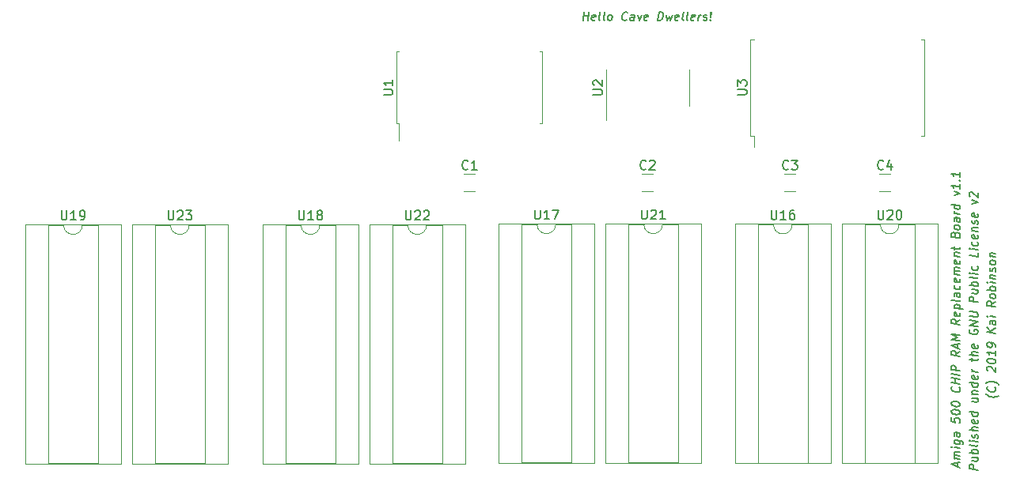
<source format=gto>
G04 #@! TF.GenerationSoftware,KiCad,Pcbnew,(5.1.2-1)-1*
G04 #@! TF.CreationDate,2019-05-18T21:09:39+01:00*
G04 #@! TF.ProjectId,SRAM Board,5352414d-2042-46f6-9172-642e6b696361,rev?*
G04 #@! TF.SameCoordinates,Original*
G04 #@! TF.FileFunction,Legend,Top*
G04 #@! TF.FilePolarity,Positive*
%FSLAX46Y46*%
G04 Gerber Fmt 4.6, Leading zero omitted, Abs format (unit mm)*
G04 Created by KiCad (PCBNEW (5.1.2-1)-1) date 2019-05-18 21:09:39*
%MOMM*%
%LPD*%
G04 APERTURE LIST*
%ADD10C,0.150000*%
%ADD11C,0.120000*%
G04 APERTURE END LIST*
D10*
X201374508Y-51207142D02*
X201487008Y-50307142D01*
X201433437Y-50735714D02*
X201947723Y-50735714D01*
X201888794Y-51207142D02*
X202001294Y-50307142D01*
X202665580Y-51164285D02*
X202574508Y-51207142D01*
X202403080Y-51207142D01*
X202322723Y-51164285D01*
X202290580Y-51078571D01*
X202333437Y-50735714D01*
X202387008Y-50650000D01*
X202478080Y-50607142D01*
X202649508Y-50607142D01*
X202729866Y-50650000D01*
X202762008Y-50735714D01*
X202751294Y-50821428D01*
X202312008Y-50907142D01*
X203217366Y-51207142D02*
X203137008Y-51164285D01*
X203104866Y-51078571D01*
X203201294Y-50307142D01*
X203688794Y-51207142D02*
X203608437Y-51164285D01*
X203576294Y-51078571D01*
X203672723Y-50307142D01*
X204160223Y-51207142D02*
X204079866Y-51164285D01*
X204042366Y-51121428D01*
X204010223Y-51035714D01*
X204042366Y-50778571D01*
X204095937Y-50692857D01*
X204144151Y-50650000D01*
X204235223Y-50607142D01*
X204363794Y-50607142D01*
X204444151Y-50650000D01*
X204481651Y-50692857D01*
X204513794Y-50778571D01*
X204481651Y-51035714D01*
X204428080Y-51121428D01*
X204379866Y-51164285D01*
X204288794Y-51207142D01*
X204160223Y-51207142D01*
X206056651Y-51121428D02*
X206008437Y-51164285D01*
X205874508Y-51207142D01*
X205788794Y-51207142D01*
X205665580Y-51164285D01*
X205590580Y-51078571D01*
X205558437Y-50992857D01*
X205537008Y-50821428D01*
X205553080Y-50692857D01*
X205617366Y-50521428D01*
X205670937Y-50435714D01*
X205767366Y-50350000D01*
X205901294Y-50307142D01*
X205987008Y-50307142D01*
X206110223Y-50350000D01*
X206147723Y-50392857D01*
X206817366Y-51207142D02*
X206876294Y-50735714D01*
X206844151Y-50650000D01*
X206763794Y-50607142D01*
X206592366Y-50607142D01*
X206501294Y-50650000D01*
X206822723Y-51164285D02*
X206731651Y-51207142D01*
X206517366Y-51207142D01*
X206437008Y-51164285D01*
X206404866Y-51078571D01*
X206415580Y-50992857D01*
X206469151Y-50907142D01*
X206560223Y-50864285D01*
X206774508Y-50864285D01*
X206865580Y-50821428D01*
X207235223Y-50607142D02*
X207374508Y-51207142D01*
X207663794Y-50607142D01*
X208279866Y-51164285D02*
X208188794Y-51207142D01*
X208017366Y-51207142D01*
X207937008Y-51164285D01*
X207904866Y-51078571D01*
X207947723Y-50735714D01*
X208001294Y-50650000D01*
X208092366Y-50607142D01*
X208263794Y-50607142D01*
X208344151Y-50650000D01*
X208376294Y-50735714D01*
X208365580Y-50821428D01*
X207926294Y-50907142D01*
X209388794Y-51207142D02*
X209501294Y-50307142D01*
X209715580Y-50307142D01*
X209838794Y-50350000D01*
X209913794Y-50435714D01*
X209945937Y-50521428D01*
X209967366Y-50692857D01*
X209951294Y-50821428D01*
X209887008Y-50992857D01*
X209833437Y-51078571D01*
X209737008Y-51164285D01*
X209603080Y-51207142D01*
X209388794Y-51207142D01*
X210278080Y-50607142D02*
X210374508Y-51207142D01*
X210599508Y-50778571D01*
X210717366Y-51207142D01*
X210963794Y-50607142D01*
X211579866Y-51164285D02*
X211488794Y-51207142D01*
X211317366Y-51207142D01*
X211237008Y-51164285D01*
X211204866Y-51078571D01*
X211247723Y-50735714D01*
X211301294Y-50650000D01*
X211392366Y-50607142D01*
X211563794Y-50607142D01*
X211644151Y-50650000D01*
X211676294Y-50735714D01*
X211665580Y-50821428D01*
X211226294Y-50907142D01*
X212131651Y-51207142D02*
X212051294Y-51164285D01*
X212019151Y-51078571D01*
X212115580Y-50307142D01*
X212603080Y-51207142D02*
X212522723Y-51164285D01*
X212490580Y-51078571D01*
X212587008Y-50307142D01*
X213294151Y-51164285D02*
X213203080Y-51207142D01*
X213031651Y-51207142D01*
X212951294Y-51164285D01*
X212919151Y-51078571D01*
X212962008Y-50735714D01*
X213015580Y-50650000D01*
X213106651Y-50607142D01*
X213278080Y-50607142D01*
X213358437Y-50650000D01*
X213390580Y-50735714D01*
X213379866Y-50821428D01*
X212940580Y-50907142D01*
X213717366Y-51207142D02*
X213792366Y-50607142D01*
X213770937Y-50778571D02*
X213824508Y-50692857D01*
X213872723Y-50650000D01*
X213963794Y-50607142D01*
X214049508Y-50607142D01*
X214237008Y-51164285D02*
X214317366Y-51207142D01*
X214488794Y-51207142D01*
X214579866Y-51164285D01*
X214633437Y-51078571D01*
X214638794Y-51035714D01*
X214606651Y-50950000D01*
X214526294Y-50907142D01*
X214397723Y-50907142D01*
X214317366Y-50864285D01*
X214285223Y-50778571D01*
X214290580Y-50735714D01*
X214344151Y-50650000D01*
X214435223Y-50607142D01*
X214563794Y-50607142D01*
X214644151Y-50650000D01*
X215013794Y-51121428D02*
X215051294Y-51164285D01*
X215003080Y-51207142D01*
X214965580Y-51164285D01*
X215013794Y-51121428D01*
X215003080Y-51207142D01*
X215045937Y-50864285D02*
X215067366Y-50350000D01*
X215115580Y-50307142D01*
X215153080Y-50350000D01*
X215045937Y-50864285D01*
X215115580Y-50307142D01*
X245860000Y-91411205D02*
X245817142Y-91448705D01*
X245688571Y-91518348D01*
X245602857Y-91550491D01*
X245474285Y-91577276D01*
X245260000Y-91593348D01*
X245088571Y-91571919D01*
X244874285Y-91502276D01*
X244745714Y-91443348D01*
X244660000Y-91389776D01*
X244531428Y-91287991D01*
X244488571Y-91239776D01*
X245431428Y-90500491D02*
X245474285Y-90548705D01*
X245517142Y-90682633D01*
X245517142Y-90768348D01*
X245474285Y-90891562D01*
X245388571Y-90966562D01*
X245302857Y-90998705D01*
X245131428Y-91020133D01*
X245002857Y-91004062D01*
X244831428Y-90939776D01*
X244745714Y-90886205D01*
X244660000Y-90789776D01*
X244617142Y-90655848D01*
X244617142Y-90570133D01*
X244660000Y-90446919D01*
X244702857Y-90409419D01*
X245860000Y-90254062D02*
X245817142Y-90205848D01*
X245688571Y-90104062D01*
X245602857Y-90050491D01*
X245474285Y-89991562D01*
X245260000Y-89921919D01*
X245088571Y-89900491D01*
X244874285Y-89916562D01*
X244745714Y-89943348D01*
X244660000Y-89975491D01*
X244531428Y-90045133D01*
X244488571Y-90082633D01*
X244702857Y-88780848D02*
X244660000Y-88732633D01*
X244617142Y-88641562D01*
X244617142Y-88427276D01*
X244660000Y-88346919D01*
X244702857Y-88309419D01*
X244788571Y-88277276D01*
X244874285Y-88287991D01*
X245002857Y-88346919D01*
X245517142Y-88925491D01*
X245517142Y-88368348D01*
X244617142Y-87698705D02*
X244617142Y-87612991D01*
X244660000Y-87532633D01*
X244702857Y-87495133D01*
X244788571Y-87462991D01*
X244960000Y-87441562D01*
X245174285Y-87468348D01*
X245345714Y-87532633D01*
X245431428Y-87586205D01*
X245474285Y-87634419D01*
X245517142Y-87725491D01*
X245517142Y-87811205D01*
X245474285Y-87891562D01*
X245431428Y-87929062D01*
X245345714Y-87961205D01*
X245174285Y-87982633D01*
X244960000Y-87955848D01*
X244788571Y-87891562D01*
X244702857Y-87837991D01*
X244660000Y-87789776D01*
X244617142Y-87698705D01*
X245517142Y-86654062D02*
X245517142Y-87168348D01*
X245517142Y-86911205D02*
X244617142Y-86798705D01*
X244745714Y-86900491D01*
X244831428Y-86996919D01*
X244874285Y-87087991D01*
X245517142Y-86225491D02*
X245517142Y-86054062D01*
X245474285Y-85962991D01*
X245431428Y-85914776D01*
X245302857Y-85812991D01*
X245131428Y-85748705D01*
X244788571Y-85705848D01*
X244702857Y-85737991D01*
X244660000Y-85775491D01*
X244617142Y-85855848D01*
X244617142Y-86027276D01*
X244660000Y-86118348D01*
X244702857Y-86166562D01*
X244788571Y-86220133D01*
X245002857Y-86246919D01*
X245088571Y-86214776D01*
X245131428Y-86177276D01*
X245174285Y-86096919D01*
X245174285Y-85925491D01*
X245131428Y-85834419D01*
X245088571Y-85786205D01*
X245002857Y-85732633D01*
X245517142Y-84725491D02*
X244617142Y-84612991D01*
X245517142Y-84211205D02*
X245002857Y-84532633D01*
X244617142Y-84098705D02*
X245131428Y-84677276D01*
X245517142Y-83439776D02*
X245045714Y-83380848D01*
X244960000Y-83412991D01*
X244917142Y-83493348D01*
X244917142Y-83664776D01*
X244960000Y-83755848D01*
X245474285Y-83434419D02*
X245517142Y-83525491D01*
X245517142Y-83739776D01*
X245474285Y-83820133D01*
X245388571Y-83852276D01*
X245302857Y-83841562D01*
X245217142Y-83787991D01*
X245174285Y-83696919D01*
X245174285Y-83482633D01*
X245131428Y-83391562D01*
X245517142Y-83011205D02*
X244917142Y-82936205D01*
X244617142Y-82898705D02*
X244660000Y-82946919D01*
X244702857Y-82909419D01*
X244660000Y-82861205D01*
X244617142Y-82898705D01*
X244702857Y-82909419D01*
X245517142Y-81382633D02*
X245088571Y-81629062D01*
X245517142Y-81896919D02*
X244617142Y-81784419D01*
X244617142Y-81441562D01*
X244660000Y-81361205D01*
X244702857Y-81323705D01*
X244788571Y-81291562D01*
X244917142Y-81307633D01*
X245002857Y-81361205D01*
X245045714Y-81409419D01*
X245088571Y-81500491D01*
X245088571Y-81843348D01*
X245517142Y-80868348D02*
X245474285Y-80948705D01*
X245431428Y-80986205D01*
X245345714Y-81018348D01*
X245088571Y-80986205D01*
X245002857Y-80932633D01*
X244960000Y-80884419D01*
X244917142Y-80793348D01*
X244917142Y-80664776D01*
X244960000Y-80584419D01*
X245002857Y-80546919D01*
X245088571Y-80514776D01*
X245345714Y-80546919D01*
X245431428Y-80600491D01*
X245474285Y-80648705D01*
X245517142Y-80739776D01*
X245517142Y-80868348D01*
X245517142Y-80182633D02*
X244617142Y-80070133D01*
X244960000Y-80112991D02*
X244917142Y-80021919D01*
X244917142Y-79850491D01*
X244960000Y-79770133D01*
X245002857Y-79732633D01*
X245088571Y-79700491D01*
X245345714Y-79732633D01*
X245431428Y-79786205D01*
X245474285Y-79834419D01*
X245517142Y-79925491D01*
X245517142Y-80096919D01*
X245474285Y-80177276D01*
X245517142Y-79368348D02*
X244917142Y-79293348D01*
X244617142Y-79255848D02*
X244660000Y-79304062D01*
X244702857Y-79266562D01*
X244660000Y-79218348D01*
X244617142Y-79255848D01*
X244702857Y-79266562D01*
X244917142Y-78864776D02*
X245517142Y-78939776D01*
X245002857Y-78875491D02*
X244960000Y-78827276D01*
X244917142Y-78736205D01*
X244917142Y-78607633D01*
X244960000Y-78527276D01*
X245045714Y-78495133D01*
X245517142Y-78554062D01*
X245474285Y-78162991D02*
X245517142Y-78082633D01*
X245517142Y-77911205D01*
X245474285Y-77820133D01*
X245388571Y-77766562D01*
X245345714Y-77761205D01*
X245260000Y-77793348D01*
X245217142Y-77873705D01*
X245217142Y-78002276D01*
X245174285Y-78082633D01*
X245088571Y-78114776D01*
X245045714Y-78109419D01*
X244960000Y-78055848D01*
X244917142Y-77964776D01*
X244917142Y-77836205D01*
X244960000Y-77755848D01*
X245517142Y-77268348D02*
X245474285Y-77348705D01*
X245431428Y-77386205D01*
X245345714Y-77418348D01*
X245088571Y-77386205D01*
X245002857Y-77332633D01*
X244960000Y-77284419D01*
X244917142Y-77193348D01*
X244917142Y-77064776D01*
X244960000Y-76984419D01*
X245002857Y-76946919D01*
X245088571Y-76914776D01*
X245345714Y-76946919D01*
X245431428Y-77000491D01*
X245474285Y-77048705D01*
X245517142Y-77139776D01*
X245517142Y-77268348D01*
X244917142Y-76507633D02*
X245517142Y-76582633D01*
X245002857Y-76518348D02*
X244960000Y-76470133D01*
X244917142Y-76379062D01*
X244917142Y-76250491D01*
X244960000Y-76170133D01*
X245045714Y-76137991D01*
X245517142Y-76196919D01*
X243612142Y-99374776D02*
X242712142Y-99262276D01*
X242712142Y-98919419D01*
X242755000Y-98839062D01*
X242797857Y-98801562D01*
X242883571Y-98769419D01*
X243012142Y-98785491D01*
X243097857Y-98839062D01*
X243140714Y-98887276D01*
X243183571Y-98978348D01*
X243183571Y-99321205D01*
X243012142Y-98014062D02*
X243612142Y-98089062D01*
X243012142Y-98399776D02*
X243483571Y-98458705D01*
X243569285Y-98426562D01*
X243612142Y-98346205D01*
X243612142Y-98217633D01*
X243569285Y-98126562D01*
X243526428Y-98078348D01*
X243612142Y-97660491D02*
X242712142Y-97547991D01*
X243055000Y-97590848D02*
X243012142Y-97499776D01*
X243012142Y-97328348D01*
X243055000Y-97247991D01*
X243097857Y-97210491D01*
X243183571Y-97178348D01*
X243440714Y-97210491D01*
X243526428Y-97264062D01*
X243569285Y-97312276D01*
X243612142Y-97403348D01*
X243612142Y-97574776D01*
X243569285Y-97655133D01*
X243612142Y-96717633D02*
X243569285Y-96797991D01*
X243483571Y-96830133D01*
X242712142Y-96733705D01*
X243612142Y-96374776D02*
X243012142Y-96299776D01*
X242712142Y-96262276D02*
X242755000Y-96310491D01*
X242797857Y-96272991D01*
X242755000Y-96224776D01*
X242712142Y-96262276D01*
X242797857Y-96272991D01*
X243569285Y-95983705D02*
X243612142Y-95903348D01*
X243612142Y-95731919D01*
X243569285Y-95640848D01*
X243483571Y-95587276D01*
X243440714Y-95581919D01*
X243355000Y-95614062D01*
X243312142Y-95694419D01*
X243312142Y-95822991D01*
X243269285Y-95903348D01*
X243183571Y-95935491D01*
X243140714Y-95930133D01*
X243055000Y-95876562D01*
X243012142Y-95785491D01*
X243012142Y-95656919D01*
X243055000Y-95576562D01*
X243612142Y-95217633D02*
X242712142Y-95105133D01*
X243612142Y-94831919D02*
X243140714Y-94772991D01*
X243055000Y-94805133D01*
X243012142Y-94885491D01*
X243012142Y-95014062D01*
X243055000Y-95105133D01*
X243097857Y-95153348D01*
X243569285Y-94055133D02*
X243612142Y-94146205D01*
X243612142Y-94317633D01*
X243569285Y-94397991D01*
X243483571Y-94430133D01*
X243140714Y-94387276D01*
X243055000Y-94333705D01*
X243012142Y-94242633D01*
X243012142Y-94071205D01*
X243055000Y-93990848D01*
X243140714Y-93958705D01*
X243226428Y-93969419D01*
X243312142Y-94408705D01*
X243612142Y-93246205D02*
X242712142Y-93133705D01*
X243569285Y-93240848D02*
X243612142Y-93331919D01*
X243612142Y-93503348D01*
X243569285Y-93583705D01*
X243526428Y-93621205D01*
X243440714Y-93653348D01*
X243183571Y-93621205D01*
X243097857Y-93567633D01*
X243055000Y-93519419D01*
X243012142Y-93428348D01*
X243012142Y-93256919D01*
X243055000Y-93176562D01*
X243012142Y-91671205D02*
X243612142Y-91746205D01*
X243012142Y-92056919D02*
X243483571Y-92115848D01*
X243569285Y-92083705D01*
X243612142Y-92003348D01*
X243612142Y-91874776D01*
X243569285Y-91783705D01*
X243526428Y-91735491D01*
X243012142Y-91242633D02*
X243612142Y-91317633D01*
X243097857Y-91253348D02*
X243055000Y-91205133D01*
X243012142Y-91114062D01*
X243012142Y-90985491D01*
X243055000Y-90905133D01*
X243140714Y-90872991D01*
X243612142Y-90931919D01*
X243612142Y-90117633D02*
X242712142Y-90005133D01*
X243569285Y-90112276D02*
X243612142Y-90203348D01*
X243612142Y-90374776D01*
X243569285Y-90455133D01*
X243526428Y-90492633D01*
X243440714Y-90524776D01*
X243183571Y-90492633D01*
X243097857Y-90439062D01*
X243055000Y-90390848D01*
X243012142Y-90299776D01*
X243012142Y-90128348D01*
X243055000Y-90047991D01*
X243569285Y-89340848D02*
X243612142Y-89431919D01*
X243612142Y-89603348D01*
X243569285Y-89683705D01*
X243483571Y-89715848D01*
X243140714Y-89672991D01*
X243055000Y-89619419D01*
X243012142Y-89528348D01*
X243012142Y-89356919D01*
X243055000Y-89276562D01*
X243140714Y-89244419D01*
X243226428Y-89255133D01*
X243312142Y-89694419D01*
X243612142Y-88917633D02*
X243012142Y-88842633D01*
X243183571Y-88864062D02*
X243097857Y-88810491D01*
X243055000Y-88762276D01*
X243012142Y-88671205D01*
X243012142Y-88585491D01*
X243012142Y-87728348D02*
X243012142Y-87385491D01*
X242712142Y-87562276D02*
X243483571Y-87658705D01*
X243569285Y-87626562D01*
X243612142Y-87546205D01*
X243612142Y-87460491D01*
X243612142Y-87160491D02*
X242712142Y-87047991D01*
X243612142Y-86774776D02*
X243140714Y-86715848D01*
X243055000Y-86747991D01*
X243012142Y-86828348D01*
X243012142Y-86956919D01*
X243055000Y-87047991D01*
X243097857Y-87096205D01*
X243569285Y-85997991D02*
X243612142Y-86089062D01*
X243612142Y-86260491D01*
X243569285Y-86340848D01*
X243483571Y-86372991D01*
X243140714Y-86330133D01*
X243055000Y-86276562D01*
X243012142Y-86185491D01*
X243012142Y-86014062D01*
X243055000Y-85933705D01*
X243140714Y-85901562D01*
X243226428Y-85912276D01*
X243312142Y-86351562D01*
X242755000Y-84310491D02*
X242712142Y-84390848D01*
X242712142Y-84519419D01*
X242755000Y-84653348D01*
X242840714Y-84749776D01*
X242926428Y-84803348D01*
X243097857Y-84867633D01*
X243226428Y-84883705D01*
X243397857Y-84862276D01*
X243483571Y-84830133D01*
X243569285Y-84755133D01*
X243612142Y-84631919D01*
X243612142Y-84546205D01*
X243569285Y-84412276D01*
X243526428Y-84364062D01*
X243226428Y-84326562D01*
X243226428Y-84497991D01*
X243612142Y-83989062D02*
X242712142Y-83876562D01*
X243612142Y-83474776D01*
X242712142Y-83362276D01*
X242712142Y-82933705D02*
X243440714Y-83024776D01*
X243526428Y-82992633D01*
X243569285Y-82955133D01*
X243612142Y-82874776D01*
X243612142Y-82703348D01*
X243569285Y-82612276D01*
X243526428Y-82564062D01*
X243440714Y-82510491D01*
X242712142Y-82419419D01*
X243612142Y-81417633D02*
X242712142Y-81305133D01*
X242712142Y-80962276D01*
X242755000Y-80881919D01*
X242797857Y-80844419D01*
X242883571Y-80812276D01*
X243012142Y-80828348D01*
X243097857Y-80881919D01*
X243140714Y-80930133D01*
X243183571Y-81021205D01*
X243183571Y-81364062D01*
X243012142Y-80056919D02*
X243612142Y-80131919D01*
X243012142Y-80442633D02*
X243483571Y-80501562D01*
X243569285Y-80469419D01*
X243612142Y-80389062D01*
X243612142Y-80260491D01*
X243569285Y-80169419D01*
X243526428Y-80121205D01*
X243612142Y-79703348D02*
X242712142Y-79590848D01*
X243055000Y-79633705D02*
X243012142Y-79542633D01*
X243012142Y-79371205D01*
X243055000Y-79290848D01*
X243097857Y-79253348D01*
X243183571Y-79221205D01*
X243440714Y-79253348D01*
X243526428Y-79306919D01*
X243569285Y-79355133D01*
X243612142Y-79446205D01*
X243612142Y-79617633D01*
X243569285Y-79697991D01*
X243612142Y-78760491D02*
X243569285Y-78840848D01*
X243483571Y-78872991D01*
X242712142Y-78776562D01*
X243612142Y-78417633D02*
X243012142Y-78342633D01*
X242712142Y-78305133D02*
X242755000Y-78353348D01*
X242797857Y-78315848D01*
X242755000Y-78267633D01*
X242712142Y-78305133D01*
X242797857Y-78315848D01*
X243569285Y-77597991D02*
X243612142Y-77689062D01*
X243612142Y-77860491D01*
X243569285Y-77940848D01*
X243526428Y-77978348D01*
X243440714Y-78010491D01*
X243183571Y-77978348D01*
X243097857Y-77924776D01*
X243055000Y-77876562D01*
X243012142Y-77785491D01*
X243012142Y-77614062D01*
X243055000Y-77533705D01*
X243612142Y-76103348D02*
X243612142Y-76531919D01*
X242712142Y-76419419D01*
X243612142Y-75803348D02*
X243012142Y-75728348D01*
X242712142Y-75690848D02*
X242755000Y-75739062D01*
X242797857Y-75701562D01*
X242755000Y-75653348D01*
X242712142Y-75690848D01*
X242797857Y-75701562D01*
X243569285Y-74983705D02*
X243612142Y-75074776D01*
X243612142Y-75246205D01*
X243569285Y-75326562D01*
X243526428Y-75364062D01*
X243440714Y-75396205D01*
X243183571Y-75364062D01*
X243097857Y-75310491D01*
X243055000Y-75262276D01*
X243012142Y-75171205D01*
X243012142Y-74999776D01*
X243055000Y-74919419D01*
X243569285Y-74255133D02*
X243612142Y-74346205D01*
X243612142Y-74517633D01*
X243569285Y-74597991D01*
X243483571Y-74630133D01*
X243140714Y-74587276D01*
X243055000Y-74533705D01*
X243012142Y-74442633D01*
X243012142Y-74271205D01*
X243055000Y-74190848D01*
X243140714Y-74158705D01*
X243226428Y-74169419D01*
X243312142Y-74608705D01*
X243012142Y-73756919D02*
X243612142Y-73831919D01*
X243097857Y-73767633D02*
X243055000Y-73719419D01*
X243012142Y-73628348D01*
X243012142Y-73499776D01*
X243055000Y-73419419D01*
X243140714Y-73387276D01*
X243612142Y-73446205D01*
X243569285Y-73055133D02*
X243612142Y-72974776D01*
X243612142Y-72803348D01*
X243569285Y-72712276D01*
X243483571Y-72658705D01*
X243440714Y-72653348D01*
X243355000Y-72685491D01*
X243312142Y-72765848D01*
X243312142Y-72894419D01*
X243269285Y-72974776D01*
X243183571Y-73006919D01*
X243140714Y-73001562D01*
X243055000Y-72947991D01*
X243012142Y-72856919D01*
X243012142Y-72728348D01*
X243055000Y-72647991D01*
X243569285Y-71940848D02*
X243612142Y-72031919D01*
X243612142Y-72203348D01*
X243569285Y-72283705D01*
X243483571Y-72315848D01*
X243140714Y-72272991D01*
X243055000Y-72219419D01*
X243012142Y-72128348D01*
X243012142Y-71956919D01*
X243055000Y-71876562D01*
X243140714Y-71844419D01*
X243226428Y-71855133D01*
X243312142Y-72294419D01*
X243012142Y-70842633D02*
X243612142Y-70703348D01*
X243012142Y-70414062D01*
X242797857Y-70087276D02*
X242755000Y-70039062D01*
X242712142Y-69947991D01*
X242712142Y-69733705D01*
X242755000Y-69653348D01*
X242797857Y-69615848D01*
X242883571Y-69583705D01*
X242969285Y-69594419D01*
X243097857Y-69653348D01*
X243612142Y-70231919D01*
X243612142Y-69674776D01*
X241450000Y-99036919D02*
X241450000Y-98608348D01*
X241707142Y-99154776D02*
X240807142Y-98742276D01*
X241707142Y-98554776D01*
X241707142Y-98254776D02*
X241107142Y-98179776D01*
X241192857Y-98190491D02*
X241150000Y-98142276D01*
X241107142Y-98051205D01*
X241107142Y-97922633D01*
X241150000Y-97842276D01*
X241235714Y-97810133D01*
X241707142Y-97869062D01*
X241235714Y-97810133D02*
X241150000Y-97756562D01*
X241107142Y-97665491D01*
X241107142Y-97536919D01*
X241150000Y-97456562D01*
X241235714Y-97424419D01*
X241707142Y-97483348D01*
X241707142Y-97054776D02*
X241107142Y-96979776D01*
X240807142Y-96942276D02*
X240850000Y-96990491D01*
X240892857Y-96952991D01*
X240850000Y-96904776D01*
X240807142Y-96942276D01*
X240892857Y-96952991D01*
X241107142Y-96165491D02*
X241835714Y-96256562D01*
X241921428Y-96310133D01*
X241964285Y-96358348D01*
X242007142Y-96449419D01*
X242007142Y-96577991D01*
X241964285Y-96658348D01*
X241664285Y-96235133D02*
X241707142Y-96326205D01*
X241707142Y-96497633D01*
X241664285Y-96577991D01*
X241621428Y-96615491D01*
X241535714Y-96647633D01*
X241278571Y-96615491D01*
X241192857Y-96561919D01*
X241150000Y-96513705D01*
X241107142Y-96422633D01*
X241107142Y-96251205D01*
X241150000Y-96170848D01*
X241707142Y-95426205D02*
X241235714Y-95367276D01*
X241150000Y-95399419D01*
X241107142Y-95479776D01*
X241107142Y-95651205D01*
X241150000Y-95742276D01*
X241664285Y-95420848D02*
X241707142Y-95511919D01*
X241707142Y-95726205D01*
X241664285Y-95806562D01*
X241578571Y-95838705D01*
X241492857Y-95827991D01*
X241407142Y-95774419D01*
X241364285Y-95683348D01*
X241364285Y-95469062D01*
X241321428Y-95377991D01*
X240807142Y-93770848D02*
X240807142Y-94199419D01*
X241235714Y-94295848D01*
X241192857Y-94247633D01*
X241150000Y-94156562D01*
X241150000Y-93942276D01*
X241192857Y-93861919D01*
X241235714Y-93824419D01*
X241321428Y-93792276D01*
X241535714Y-93819062D01*
X241621428Y-93872633D01*
X241664285Y-93920848D01*
X241707142Y-94011919D01*
X241707142Y-94226205D01*
X241664285Y-94306562D01*
X241621428Y-94344062D01*
X240807142Y-93170848D02*
X240807142Y-93085133D01*
X240850000Y-93004776D01*
X240892857Y-92967276D01*
X240978571Y-92935133D01*
X241150000Y-92913705D01*
X241364285Y-92940491D01*
X241535714Y-93004776D01*
X241621428Y-93058348D01*
X241664285Y-93106562D01*
X241707142Y-93197633D01*
X241707142Y-93283348D01*
X241664285Y-93363705D01*
X241621428Y-93401205D01*
X241535714Y-93433348D01*
X241364285Y-93454776D01*
X241150000Y-93427991D01*
X240978571Y-93363705D01*
X240892857Y-93310133D01*
X240850000Y-93261919D01*
X240807142Y-93170848D01*
X240807142Y-92313705D02*
X240807142Y-92227991D01*
X240850000Y-92147633D01*
X240892857Y-92110133D01*
X240978571Y-92077991D01*
X241150000Y-92056562D01*
X241364285Y-92083348D01*
X241535714Y-92147633D01*
X241621428Y-92201205D01*
X241664285Y-92249419D01*
X241707142Y-92340491D01*
X241707142Y-92426205D01*
X241664285Y-92506562D01*
X241621428Y-92544062D01*
X241535714Y-92576205D01*
X241364285Y-92597633D01*
X241150000Y-92570848D01*
X240978571Y-92506562D01*
X240892857Y-92452991D01*
X240850000Y-92404776D01*
X240807142Y-92313705D01*
X241621428Y-90529776D02*
X241664285Y-90577991D01*
X241707142Y-90711919D01*
X241707142Y-90797633D01*
X241664285Y-90920848D01*
X241578571Y-90995848D01*
X241492857Y-91027991D01*
X241321428Y-91049419D01*
X241192857Y-91033348D01*
X241021428Y-90969062D01*
X240935714Y-90915491D01*
X240850000Y-90819062D01*
X240807142Y-90685133D01*
X240807142Y-90599419D01*
X240850000Y-90476205D01*
X240892857Y-90438705D01*
X241707142Y-90154776D02*
X240807142Y-90042276D01*
X241235714Y-90095848D02*
X241235714Y-89581562D01*
X241707142Y-89640491D02*
X240807142Y-89527991D01*
X241707142Y-89211919D02*
X240807142Y-89099419D01*
X241707142Y-88783348D02*
X240807142Y-88670848D01*
X240807142Y-88327991D01*
X240850000Y-88247633D01*
X240892857Y-88210133D01*
X240978571Y-88177991D01*
X241107142Y-88194062D01*
X241192857Y-88247633D01*
X241235714Y-88295848D01*
X241278571Y-88386919D01*
X241278571Y-88729776D01*
X241707142Y-86683348D02*
X241278571Y-86929776D01*
X241707142Y-87197633D02*
X240807142Y-87085133D01*
X240807142Y-86742276D01*
X240850000Y-86661919D01*
X240892857Y-86624419D01*
X240978571Y-86592276D01*
X241107142Y-86608348D01*
X241192857Y-86661919D01*
X241235714Y-86710133D01*
X241278571Y-86801205D01*
X241278571Y-87144062D01*
X241450000Y-86308348D02*
X241450000Y-85879776D01*
X241707142Y-86426205D02*
X240807142Y-86013705D01*
X241707142Y-85826205D01*
X241707142Y-85526205D02*
X240807142Y-85413705D01*
X241450000Y-85194062D01*
X240807142Y-84813705D01*
X241707142Y-84926205D01*
X241707142Y-83297633D02*
X241278571Y-83544062D01*
X241707142Y-83811919D02*
X240807142Y-83699419D01*
X240807142Y-83356562D01*
X240850000Y-83276205D01*
X240892857Y-83238705D01*
X240978571Y-83206562D01*
X241107142Y-83222633D01*
X241192857Y-83276205D01*
X241235714Y-83324419D01*
X241278571Y-83415491D01*
X241278571Y-83758348D01*
X241664285Y-82563705D02*
X241707142Y-82654776D01*
X241707142Y-82826205D01*
X241664285Y-82906562D01*
X241578571Y-82938705D01*
X241235714Y-82895848D01*
X241150000Y-82842276D01*
X241107142Y-82751205D01*
X241107142Y-82579776D01*
X241150000Y-82499419D01*
X241235714Y-82467276D01*
X241321428Y-82477991D01*
X241407142Y-82917276D01*
X241107142Y-82065491D02*
X242007142Y-82177991D01*
X241150000Y-82070848D02*
X241107142Y-81979776D01*
X241107142Y-81808348D01*
X241150000Y-81727991D01*
X241192857Y-81690491D01*
X241278571Y-81658348D01*
X241535714Y-81690491D01*
X241621428Y-81744062D01*
X241664285Y-81792276D01*
X241707142Y-81883348D01*
X241707142Y-82054776D01*
X241664285Y-82135133D01*
X241707142Y-81197633D02*
X241664285Y-81277991D01*
X241578571Y-81310133D01*
X240807142Y-81213705D01*
X241707142Y-80469062D02*
X241235714Y-80410133D01*
X241150000Y-80442276D01*
X241107142Y-80522633D01*
X241107142Y-80694062D01*
X241150000Y-80785133D01*
X241664285Y-80463705D02*
X241707142Y-80554776D01*
X241707142Y-80769062D01*
X241664285Y-80849419D01*
X241578571Y-80881562D01*
X241492857Y-80870848D01*
X241407142Y-80817276D01*
X241364285Y-80726205D01*
X241364285Y-80511919D01*
X241321428Y-80420848D01*
X241664285Y-79649419D02*
X241707142Y-79740491D01*
X241707142Y-79911919D01*
X241664285Y-79992276D01*
X241621428Y-80029776D01*
X241535714Y-80061919D01*
X241278571Y-80029776D01*
X241192857Y-79976205D01*
X241150000Y-79927991D01*
X241107142Y-79836919D01*
X241107142Y-79665491D01*
X241150000Y-79585133D01*
X241664285Y-78920848D02*
X241707142Y-79011919D01*
X241707142Y-79183348D01*
X241664285Y-79263705D01*
X241578571Y-79295848D01*
X241235714Y-79252991D01*
X241150000Y-79199419D01*
X241107142Y-79108348D01*
X241107142Y-78936919D01*
X241150000Y-78856562D01*
X241235714Y-78824419D01*
X241321428Y-78835133D01*
X241407142Y-79274419D01*
X241707142Y-78497633D02*
X241107142Y-78422633D01*
X241192857Y-78433348D02*
X241150000Y-78385133D01*
X241107142Y-78294062D01*
X241107142Y-78165491D01*
X241150000Y-78085133D01*
X241235714Y-78052991D01*
X241707142Y-78111919D01*
X241235714Y-78052991D02*
X241150000Y-77999419D01*
X241107142Y-77908348D01*
X241107142Y-77779776D01*
X241150000Y-77699419D01*
X241235714Y-77667276D01*
X241707142Y-77726205D01*
X241664285Y-76949419D02*
X241707142Y-77040491D01*
X241707142Y-77211919D01*
X241664285Y-77292276D01*
X241578571Y-77324419D01*
X241235714Y-77281562D01*
X241150000Y-77227991D01*
X241107142Y-77136919D01*
X241107142Y-76965491D01*
X241150000Y-76885133D01*
X241235714Y-76852991D01*
X241321428Y-76863705D01*
X241407142Y-77302991D01*
X241107142Y-76451205D02*
X241707142Y-76526205D01*
X241192857Y-76461919D02*
X241150000Y-76413705D01*
X241107142Y-76322633D01*
X241107142Y-76194062D01*
X241150000Y-76113705D01*
X241235714Y-76081562D01*
X241707142Y-76140491D01*
X241107142Y-75765491D02*
X241107142Y-75422633D01*
X240807142Y-75599419D02*
X241578571Y-75695848D01*
X241664285Y-75663705D01*
X241707142Y-75583348D01*
X241707142Y-75497633D01*
X241235714Y-74152991D02*
X241278571Y-74029776D01*
X241321428Y-73992276D01*
X241407142Y-73960133D01*
X241535714Y-73976205D01*
X241621428Y-74029776D01*
X241664285Y-74077991D01*
X241707142Y-74169062D01*
X241707142Y-74511919D01*
X240807142Y-74399419D01*
X240807142Y-74099419D01*
X240850000Y-74019062D01*
X240892857Y-73981562D01*
X240978571Y-73949419D01*
X241064285Y-73960133D01*
X241150000Y-74013705D01*
X241192857Y-74061919D01*
X241235714Y-74152991D01*
X241235714Y-74452991D01*
X241707142Y-73483348D02*
X241664285Y-73563705D01*
X241621428Y-73601205D01*
X241535714Y-73633348D01*
X241278571Y-73601205D01*
X241192857Y-73547633D01*
X241150000Y-73499419D01*
X241107142Y-73408348D01*
X241107142Y-73279776D01*
X241150000Y-73199419D01*
X241192857Y-73161919D01*
X241278571Y-73129776D01*
X241535714Y-73161919D01*
X241621428Y-73215491D01*
X241664285Y-73263705D01*
X241707142Y-73354776D01*
X241707142Y-73483348D01*
X241707142Y-72411919D02*
X241235714Y-72352991D01*
X241150000Y-72385133D01*
X241107142Y-72465491D01*
X241107142Y-72636919D01*
X241150000Y-72727991D01*
X241664285Y-72406562D02*
X241707142Y-72497633D01*
X241707142Y-72711919D01*
X241664285Y-72792276D01*
X241578571Y-72824419D01*
X241492857Y-72813705D01*
X241407142Y-72760133D01*
X241364285Y-72669062D01*
X241364285Y-72454776D01*
X241321428Y-72363705D01*
X241707142Y-71983348D02*
X241107142Y-71908348D01*
X241278571Y-71929776D02*
X241192857Y-71876205D01*
X241150000Y-71827991D01*
X241107142Y-71736919D01*
X241107142Y-71651205D01*
X241707142Y-71040491D02*
X240807142Y-70927991D01*
X241664285Y-71035133D02*
X241707142Y-71126205D01*
X241707142Y-71297633D01*
X241664285Y-71377991D01*
X241621428Y-71415491D01*
X241535714Y-71447633D01*
X241278571Y-71415491D01*
X241192857Y-71361919D01*
X241150000Y-71313705D01*
X241107142Y-71222633D01*
X241107142Y-71051205D01*
X241150000Y-70970848D01*
X241107142Y-69936919D02*
X241707142Y-69797633D01*
X241107142Y-69508348D01*
X241707142Y-68769062D02*
X241707142Y-69283348D01*
X241707142Y-69026205D02*
X240807142Y-68913705D01*
X240935714Y-69015491D01*
X241021428Y-69111919D01*
X241064285Y-69202991D01*
X241621428Y-68372633D02*
X241664285Y-68335133D01*
X241707142Y-68383348D01*
X241664285Y-68420848D01*
X241621428Y-68372633D01*
X241707142Y-68383348D01*
X241707142Y-67483348D02*
X241707142Y-67997633D01*
X241707142Y-67740491D02*
X240807142Y-67627991D01*
X240935714Y-67729776D01*
X241021428Y-67826205D01*
X241064285Y-67917276D01*
D11*
X181685000Y-62280000D02*
X181685000Y-64095000D01*
X181420000Y-62280000D02*
X181685000Y-62280000D01*
X181420000Y-58420000D02*
X181420000Y-62280000D01*
X181420000Y-54560000D02*
X181685000Y-54560000D01*
X181420000Y-58420000D02*
X181420000Y-54560000D01*
X197040000Y-62280000D02*
X196775000Y-62280000D01*
X197040000Y-58420000D02*
X197040000Y-62280000D01*
X197040000Y-54560000D02*
X196775000Y-54560000D01*
X197040000Y-58420000D02*
X197040000Y-54560000D01*
X227898000Y-73032000D02*
X217618000Y-73032000D01*
X227898000Y-98672000D02*
X227898000Y-73032000D01*
X217618000Y-98672000D02*
X227898000Y-98672000D01*
X217618000Y-73032000D02*
X217618000Y-98672000D01*
X225408000Y-73092000D02*
X223758000Y-73092000D01*
X225408000Y-98612000D02*
X225408000Y-73092000D01*
X220108000Y-98612000D02*
X225408000Y-98612000D01*
X220108000Y-73092000D02*
X220108000Y-98612000D01*
X221758000Y-73092000D02*
X220108000Y-73092000D01*
X223758000Y-73092000D02*
G75*
G02X221758000Y-73092000I-1000000J0D01*
G01*
X202600000Y-73006600D02*
X192320000Y-73006600D01*
X202600000Y-98646600D02*
X202600000Y-73006600D01*
X192320000Y-98646600D02*
X202600000Y-98646600D01*
X192320000Y-73006600D02*
X192320000Y-98646600D01*
X200110000Y-73066600D02*
X198460000Y-73066600D01*
X200110000Y-98586600D02*
X200110000Y-73066600D01*
X194810000Y-98586600D02*
X200110000Y-98586600D01*
X194810000Y-73066600D02*
X194810000Y-98586600D01*
X196460000Y-73066600D02*
X194810000Y-73066600D01*
X198460000Y-73066600D02*
G75*
G02X196460000Y-73066600I-1000000J0D01*
G01*
X177352000Y-73083000D02*
X167072000Y-73083000D01*
X177352000Y-98723000D02*
X177352000Y-73083000D01*
X167072000Y-98723000D02*
X177352000Y-98723000D01*
X167072000Y-73083000D02*
X167072000Y-98723000D01*
X174862000Y-73143000D02*
X173212000Y-73143000D01*
X174862000Y-98663000D02*
X174862000Y-73143000D01*
X169562000Y-98663000D02*
X174862000Y-98663000D01*
X169562000Y-73143000D02*
X169562000Y-98663000D01*
X171212000Y-73143000D02*
X169562000Y-73143000D01*
X173212000Y-73143000D02*
G75*
G02X171212000Y-73143000I-1000000J0D01*
G01*
X151952000Y-73083000D02*
X141672000Y-73083000D01*
X151952000Y-98723000D02*
X151952000Y-73083000D01*
X141672000Y-98723000D02*
X151952000Y-98723000D01*
X141672000Y-73083000D02*
X141672000Y-98723000D01*
X149462000Y-73143000D02*
X147812000Y-73143000D01*
X149462000Y-98663000D02*
X149462000Y-73143000D01*
X144162000Y-98663000D02*
X149462000Y-98663000D01*
X144162000Y-73143000D02*
X144162000Y-98663000D01*
X145812000Y-73143000D02*
X144162000Y-73143000D01*
X147812000Y-73143000D02*
G75*
G02X145812000Y-73143000I-1000000J0D01*
G01*
X239328000Y-73032000D02*
X229048000Y-73032000D01*
X239328000Y-98672000D02*
X239328000Y-73032000D01*
X229048000Y-98672000D02*
X239328000Y-98672000D01*
X229048000Y-73032000D02*
X229048000Y-98672000D01*
X236838000Y-73092000D02*
X235188000Y-73092000D01*
X236838000Y-98612000D02*
X236838000Y-73092000D01*
X231538000Y-98612000D02*
X236838000Y-98612000D01*
X231538000Y-73092000D02*
X231538000Y-98612000D01*
X233188000Y-73092000D02*
X231538000Y-73092000D01*
X235188000Y-73092000D02*
G75*
G02X233188000Y-73092000I-1000000J0D01*
G01*
X214030000Y-73006600D02*
X203750000Y-73006600D01*
X214030000Y-98646600D02*
X214030000Y-73006600D01*
X203750000Y-98646600D02*
X214030000Y-98646600D01*
X203750000Y-73006600D02*
X203750000Y-98646600D01*
X211540000Y-73066600D02*
X209890000Y-73066600D01*
X211540000Y-98586600D02*
X211540000Y-73066600D01*
X206240000Y-98586600D02*
X211540000Y-98586600D01*
X206240000Y-73066600D02*
X206240000Y-98586600D01*
X207890000Y-73066600D02*
X206240000Y-73066600D01*
X209890000Y-73066600D02*
G75*
G02X207890000Y-73066600I-1000000J0D01*
G01*
X188782000Y-73083000D02*
X178502000Y-73083000D01*
X188782000Y-98723000D02*
X188782000Y-73083000D01*
X178502000Y-98723000D02*
X188782000Y-98723000D01*
X178502000Y-73083000D02*
X178502000Y-98723000D01*
X186292000Y-73143000D02*
X184642000Y-73143000D01*
X186292000Y-98663000D02*
X186292000Y-73143000D01*
X180992000Y-98663000D02*
X186292000Y-98663000D01*
X180992000Y-73143000D02*
X180992000Y-98663000D01*
X182642000Y-73143000D02*
X180992000Y-73143000D01*
X184642000Y-73143000D02*
G75*
G02X182642000Y-73143000I-1000000J0D01*
G01*
X163382000Y-73083000D02*
X153102000Y-73083000D01*
X163382000Y-98723000D02*
X163382000Y-73083000D01*
X153102000Y-98723000D02*
X163382000Y-98723000D01*
X153102000Y-73083000D02*
X153102000Y-98723000D01*
X160892000Y-73143000D02*
X159242000Y-73143000D01*
X160892000Y-98663000D02*
X160892000Y-73143000D01*
X155592000Y-98663000D02*
X160892000Y-98663000D01*
X155592000Y-73143000D02*
X155592000Y-98663000D01*
X157242000Y-73143000D02*
X155592000Y-73143000D01*
X159242000Y-73143000D02*
G75*
G02X157242000Y-73143000I-1000000J0D01*
G01*
X188627936Y-67670000D02*
X189832064Y-67670000D01*
X188627936Y-69490000D02*
X189832064Y-69490000D01*
X207677936Y-69490000D02*
X208882064Y-69490000D01*
X207677936Y-67670000D02*
X208882064Y-67670000D01*
X222917936Y-67670000D02*
X224122064Y-67670000D01*
X222917936Y-69490000D02*
X224122064Y-69490000D01*
X233077936Y-69490000D02*
X234282064Y-69490000D01*
X233077936Y-67670000D02*
X234282064Y-67670000D01*
X212715000Y-58420000D02*
X212715000Y-56470000D01*
X212715000Y-58420000D02*
X212715000Y-60370000D01*
X203845000Y-58420000D02*
X203845000Y-56470000D01*
X203845000Y-58420000D02*
X203845000Y-61870000D01*
X219665000Y-63610000D02*
X219665000Y-64770000D01*
X219285000Y-63610000D02*
X219665000Y-63610000D01*
X219285000Y-58420000D02*
X219285000Y-63610000D01*
X219285000Y-53230000D02*
X219665000Y-53230000D01*
X219285000Y-58420000D02*
X219285000Y-53230000D01*
X237915000Y-63610000D02*
X237535000Y-63610000D01*
X237915000Y-58420000D02*
X237915000Y-63610000D01*
X237915000Y-53230000D02*
X237535000Y-53230000D01*
X237915000Y-58420000D02*
X237915000Y-53230000D01*
D10*
X180032380Y-59181904D02*
X180841904Y-59181904D01*
X180937142Y-59134285D01*
X180984761Y-59086666D01*
X181032380Y-58991428D01*
X181032380Y-58800952D01*
X180984761Y-58705714D01*
X180937142Y-58658095D01*
X180841904Y-58610476D01*
X180032380Y-58610476D01*
X181032380Y-57610476D02*
X181032380Y-58181904D01*
X181032380Y-57896190D02*
X180032380Y-57896190D01*
X180175238Y-57991428D01*
X180270476Y-58086666D01*
X180318095Y-58181904D01*
X221519904Y-71544380D02*
X221519904Y-72353904D01*
X221567523Y-72449142D01*
X221615142Y-72496761D01*
X221710380Y-72544380D01*
X221900857Y-72544380D01*
X221996095Y-72496761D01*
X222043714Y-72449142D01*
X222091333Y-72353904D01*
X222091333Y-71544380D01*
X223091333Y-72544380D02*
X222519904Y-72544380D01*
X222805619Y-72544380D02*
X222805619Y-71544380D01*
X222710380Y-71687238D01*
X222615142Y-71782476D01*
X222519904Y-71830095D01*
X223948476Y-71544380D02*
X223758000Y-71544380D01*
X223662761Y-71592000D01*
X223615142Y-71639619D01*
X223519904Y-71782476D01*
X223472285Y-71972952D01*
X223472285Y-72353904D01*
X223519904Y-72449142D01*
X223567523Y-72496761D01*
X223662761Y-72544380D01*
X223853238Y-72544380D01*
X223948476Y-72496761D01*
X223996095Y-72449142D01*
X224043714Y-72353904D01*
X224043714Y-72115809D01*
X223996095Y-72020571D01*
X223948476Y-71972952D01*
X223853238Y-71925333D01*
X223662761Y-71925333D01*
X223567523Y-71972952D01*
X223519904Y-72020571D01*
X223472285Y-72115809D01*
X196221904Y-71518980D02*
X196221904Y-72328504D01*
X196269523Y-72423742D01*
X196317142Y-72471361D01*
X196412380Y-72518980D01*
X196602857Y-72518980D01*
X196698095Y-72471361D01*
X196745714Y-72423742D01*
X196793333Y-72328504D01*
X196793333Y-71518980D01*
X197793333Y-72518980D02*
X197221904Y-72518980D01*
X197507619Y-72518980D02*
X197507619Y-71518980D01*
X197412380Y-71661838D01*
X197317142Y-71757076D01*
X197221904Y-71804695D01*
X198126666Y-71518980D02*
X198793333Y-71518980D01*
X198364761Y-72518980D01*
X170973904Y-71595380D02*
X170973904Y-72404904D01*
X171021523Y-72500142D01*
X171069142Y-72547761D01*
X171164380Y-72595380D01*
X171354857Y-72595380D01*
X171450095Y-72547761D01*
X171497714Y-72500142D01*
X171545333Y-72404904D01*
X171545333Y-71595380D01*
X172545333Y-72595380D02*
X171973904Y-72595380D01*
X172259619Y-72595380D02*
X172259619Y-71595380D01*
X172164380Y-71738238D01*
X172069142Y-71833476D01*
X171973904Y-71881095D01*
X173116761Y-72023952D02*
X173021523Y-71976333D01*
X172973904Y-71928714D01*
X172926285Y-71833476D01*
X172926285Y-71785857D01*
X172973904Y-71690619D01*
X173021523Y-71643000D01*
X173116761Y-71595380D01*
X173307238Y-71595380D01*
X173402476Y-71643000D01*
X173450095Y-71690619D01*
X173497714Y-71785857D01*
X173497714Y-71833476D01*
X173450095Y-71928714D01*
X173402476Y-71976333D01*
X173307238Y-72023952D01*
X173116761Y-72023952D01*
X173021523Y-72071571D01*
X172973904Y-72119190D01*
X172926285Y-72214428D01*
X172926285Y-72404904D01*
X172973904Y-72500142D01*
X173021523Y-72547761D01*
X173116761Y-72595380D01*
X173307238Y-72595380D01*
X173402476Y-72547761D01*
X173450095Y-72500142D01*
X173497714Y-72404904D01*
X173497714Y-72214428D01*
X173450095Y-72119190D01*
X173402476Y-72071571D01*
X173307238Y-72023952D01*
X145573904Y-71595380D02*
X145573904Y-72404904D01*
X145621523Y-72500142D01*
X145669142Y-72547761D01*
X145764380Y-72595380D01*
X145954857Y-72595380D01*
X146050095Y-72547761D01*
X146097714Y-72500142D01*
X146145333Y-72404904D01*
X146145333Y-71595380D01*
X147145333Y-72595380D02*
X146573904Y-72595380D01*
X146859619Y-72595380D02*
X146859619Y-71595380D01*
X146764380Y-71738238D01*
X146669142Y-71833476D01*
X146573904Y-71881095D01*
X147621523Y-72595380D02*
X147812000Y-72595380D01*
X147907238Y-72547761D01*
X147954857Y-72500142D01*
X148050095Y-72357285D01*
X148097714Y-72166809D01*
X148097714Y-71785857D01*
X148050095Y-71690619D01*
X148002476Y-71643000D01*
X147907238Y-71595380D01*
X147716761Y-71595380D01*
X147621523Y-71643000D01*
X147573904Y-71690619D01*
X147526285Y-71785857D01*
X147526285Y-72023952D01*
X147573904Y-72119190D01*
X147621523Y-72166809D01*
X147716761Y-72214428D01*
X147907238Y-72214428D01*
X148002476Y-72166809D01*
X148050095Y-72119190D01*
X148097714Y-72023952D01*
X232949904Y-71544380D02*
X232949904Y-72353904D01*
X232997523Y-72449142D01*
X233045142Y-72496761D01*
X233140380Y-72544380D01*
X233330857Y-72544380D01*
X233426095Y-72496761D01*
X233473714Y-72449142D01*
X233521333Y-72353904D01*
X233521333Y-71544380D01*
X233949904Y-71639619D02*
X233997523Y-71592000D01*
X234092761Y-71544380D01*
X234330857Y-71544380D01*
X234426095Y-71592000D01*
X234473714Y-71639619D01*
X234521333Y-71734857D01*
X234521333Y-71830095D01*
X234473714Y-71972952D01*
X233902285Y-72544380D01*
X234521333Y-72544380D01*
X235140380Y-71544380D02*
X235235619Y-71544380D01*
X235330857Y-71592000D01*
X235378476Y-71639619D01*
X235426095Y-71734857D01*
X235473714Y-71925333D01*
X235473714Y-72163428D01*
X235426095Y-72353904D01*
X235378476Y-72449142D01*
X235330857Y-72496761D01*
X235235619Y-72544380D01*
X235140380Y-72544380D01*
X235045142Y-72496761D01*
X234997523Y-72449142D01*
X234949904Y-72353904D01*
X234902285Y-72163428D01*
X234902285Y-71925333D01*
X234949904Y-71734857D01*
X234997523Y-71639619D01*
X235045142Y-71592000D01*
X235140380Y-71544380D01*
X207651904Y-71518980D02*
X207651904Y-72328504D01*
X207699523Y-72423742D01*
X207747142Y-72471361D01*
X207842380Y-72518980D01*
X208032857Y-72518980D01*
X208128095Y-72471361D01*
X208175714Y-72423742D01*
X208223333Y-72328504D01*
X208223333Y-71518980D01*
X208651904Y-71614219D02*
X208699523Y-71566600D01*
X208794761Y-71518980D01*
X209032857Y-71518980D01*
X209128095Y-71566600D01*
X209175714Y-71614219D01*
X209223333Y-71709457D01*
X209223333Y-71804695D01*
X209175714Y-71947552D01*
X208604285Y-72518980D01*
X209223333Y-72518980D01*
X210175714Y-72518980D02*
X209604285Y-72518980D01*
X209890000Y-72518980D02*
X209890000Y-71518980D01*
X209794761Y-71661838D01*
X209699523Y-71757076D01*
X209604285Y-71804695D01*
X182403904Y-71595380D02*
X182403904Y-72404904D01*
X182451523Y-72500142D01*
X182499142Y-72547761D01*
X182594380Y-72595380D01*
X182784857Y-72595380D01*
X182880095Y-72547761D01*
X182927714Y-72500142D01*
X182975333Y-72404904D01*
X182975333Y-71595380D01*
X183403904Y-71690619D02*
X183451523Y-71643000D01*
X183546761Y-71595380D01*
X183784857Y-71595380D01*
X183880095Y-71643000D01*
X183927714Y-71690619D01*
X183975333Y-71785857D01*
X183975333Y-71881095D01*
X183927714Y-72023952D01*
X183356285Y-72595380D01*
X183975333Y-72595380D01*
X184356285Y-71690619D02*
X184403904Y-71643000D01*
X184499142Y-71595380D01*
X184737238Y-71595380D01*
X184832476Y-71643000D01*
X184880095Y-71690619D01*
X184927714Y-71785857D01*
X184927714Y-71881095D01*
X184880095Y-72023952D01*
X184308666Y-72595380D01*
X184927714Y-72595380D01*
X157003904Y-71595380D02*
X157003904Y-72404904D01*
X157051523Y-72500142D01*
X157099142Y-72547761D01*
X157194380Y-72595380D01*
X157384857Y-72595380D01*
X157480095Y-72547761D01*
X157527714Y-72500142D01*
X157575333Y-72404904D01*
X157575333Y-71595380D01*
X158003904Y-71690619D02*
X158051523Y-71643000D01*
X158146761Y-71595380D01*
X158384857Y-71595380D01*
X158480095Y-71643000D01*
X158527714Y-71690619D01*
X158575333Y-71785857D01*
X158575333Y-71881095D01*
X158527714Y-72023952D01*
X157956285Y-72595380D01*
X158575333Y-72595380D01*
X158908666Y-71595380D02*
X159527714Y-71595380D01*
X159194380Y-71976333D01*
X159337238Y-71976333D01*
X159432476Y-72023952D01*
X159480095Y-72071571D01*
X159527714Y-72166809D01*
X159527714Y-72404904D01*
X159480095Y-72500142D01*
X159432476Y-72547761D01*
X159337238Y-72595380D01*
X159051523Y-72595380D01*
X158956285Y-72547761D01*
X158908666Y-72500142D01*
X189063333Y-67117142D02*
X189015714Y-67164761D01*
X188872857Y-67212380D01*
X188777619Y-67212380D01*
X188634761Y-67164761D01*
X188539523Y-67069523D01*
X188491904Y-66974285D01*
X188444285Y-66783809D01*
X188444285Y-66640952D01*
X188491904Y-66450476D01*
X188539523Y-66355238D01*
X188634761Y-66260000D01*
X188777619Y-66212380D01*
X188872857Y-66212380D01*
X189015714Y-66260000D01*
X189063333Y-66307619D01*
X190015714Y-67212380D02*
X189444285Y-67212380D01*
X189730000Y-67212380D02*
X189730000Y-66212380D01*
X189634761Y-66355238D01*
X189539523Y-66450476D01*
X189444285Y-66498095D01*
X208113333Y-67117142D02*
X208065714Y-67164761D01*
X207922857Y-67212380D01*
X207827619Y-67212380D01*
X207684761Y-67164761D01*
X207589523Y-67069523D01*
X207541904Y-66974285D01*
X207494285Y-66783809D01*
X207494285Y-66640952D01*
X207541904Y-66450476D01*
X207589523Y-66355238D01*
X207684761Y-66260000D01*
X207827619Y-66212380D01*
X207922857Y-66212380D01*
X208065714Y-66260000D01*
X208113333Y-66307619D01*
X208494285Y-66307619D02*
X208541904Y-66260000D01*
X208637142Y-66212380D01*
X208875238Y-66212380D01*
X208970476Y-66260000D01*
X209018095Y-66307619D01*
X209065714Y-66402857D01*
X209065714Y-66498095D01*
X209018095Y-66640952D01*
X208446666Y-67212380D01*
X209065714Y-67212380D01*
X223353333Y-67117142D02*
X223305714Y-67164761D01*
X223162857Y-67212380D01*
X223067619Y-67212380D01*
X222924761Y-67164761D01*
X222829523Y-67069523D01*
X222781904Y-66974285D01*
X222734285Y-66783809D01*
X222734285Y-66640952D01*
X222781904Y-66450476D01*
X222829523Y-66355238D01*
X222924761Y-66260000D01*
X223067619Y-66212380D01*
X223162857Y-66212380D01*
X223305714Y-66260000D01*
X223353333Y-66307619D01*
X223686666Y-66212380D02*
X224305714Y-66212380D01*
X223972380Y-66593333D01*
X224115238Y-66593333D01*
X224210476Y-66640952D01*
X224258095Y-66688571D01*
X224305714Y-66783809D01*
X224305714Y-67021904D01*
X224258095Y-67117142D01*
X224210476Y-67164761D01*
X224115238Y-67212380D01*
X223829523Y-67212380D01*
X223734285Y-67164761D01*
X223686666Y-67117142D01*
X233513333Y-67117142D02*
X233465714Y-67164761D01*
X233322857Y-67212380D01*
X233227619Y-67212380D01*
X233084761Y-67164761D01*
X232989523Y-67069523D01*
X232941904Y-66974285D01*
X232894285Y-66783809D01*
X232894285Y-66640952D01*
X232941904Y-66450476D01*
X232989523Y-66355238D01*
X233084761Y-66260000D01*
X233227619Y-66212380D01*
X233322857Y-66212380D01*
X233465714Y-66260000D01*
X233513333Y-66307619D01*
X234370476Y-66545714D02*
X234370476Y-67212380D01*
X234132380Y-66164761D02*
X233894285Y-66879047D01*
X234513333Y-66879047D01*
X202452380Y-59181904D02*
X203261904Y-59181904D01*
X203357142Y-59134285D01*
X203404761Y-59086666D01*
X203452380Y-58991428D01*
X203452380Y-58800952D01*
X203404761Y-58705714D01*
X203357142Y-58658095D01*
X203261904Y-58610476D01*
X202452380Y-58610476D01*
X202547619Y-58181904D02*
X202500000Y-58134285D01*
X202452380Y-58039047D01*
X202452380Y-57800952D01*
X202500000Y-57705714D01*
X202547619Y-57658095D01*
X202642857Y-57610476D01*
X202738095Y-57610476D01*
X202880952Y-57658095D01*
X203452380Y-58229523D01*
X203452380Y-57610476D01*
X217892380Y-59181904D02*
X218701904Y-59181904D01*
X218797142Y-59134285D01*
X218844761Y-59086666D01*
X218892380Y-58991428D01*
X218892380Y-58800952D01*
X218844761Y-58705714D01*
X218797142Y-58658095D01*
X218701904Y-58610476D01*
X217892380Y-58610476D01*
X217892380Y-58229523D02*
X217892380Y-57610476D01*
X218273333Y-57943809D01*
X218273333Y-57800952D01*
X218320952Y-57705714D01*
X218368571Y-57658095D01*
X218463809Y-57610476D01*
X218701904Y-57610476D01*
X218797142Y-57658095D01*
X218844761Y-57705714D01*
X218892380Y-57800952D01*
X218892380Y-58086666D01*
X218844761Y-58181904D01*
X218797142Y-58229523D01*
M02*

</source>
